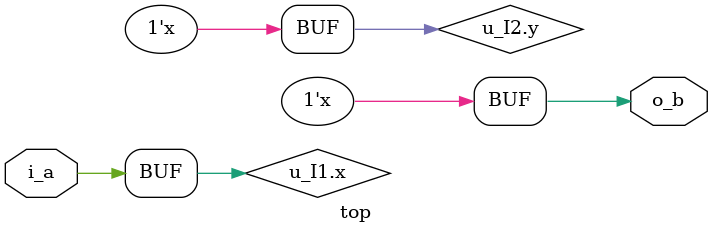
<source format=v>
/* Generated by Yosys 0.27 (git sha1 5f88c218b, gcc 8.5.0 -fPIC -Os) */

(* top =  1  *)
(* interfaces_replaced_in_module =  1  *)
(* src = "testcases/interface_modport_interface.sv:26.1-41.10" *)
module top(i_a, o_b);
  (* src = "testcases/interface_modport_interface.sv:27.17-27.20" *)
  input i_a;
  wire i_a;
  (* src = "testcases/interface_modport_interface.sv:28.18-28.21" *)
  output o_b;
  wire o_b;
  (* src = "testcases/interface_modport_interface.sv:0.0-0.0" *)
  (* unused_bits = "0" *)
  wire \u_I1.x ;
  (* src = "testcases/interface_modport_interface.sv:0.0-0.0" *)
  wire \u_I2.y ;
  assign o_b = 1'hx;
  assign \u_I1.x  = i_a;
  assign \u_I2.y  = 1'hx;
endmodule

</source>
